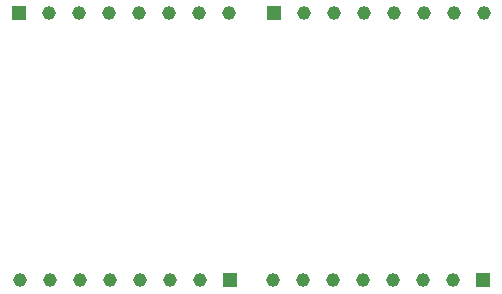
<source format=gbr>
%TF.GenerationSoftware,KiCad,Pcbnew,(6.0.4)*%
%TF.CreationDate,2022-08-04T23:26:19+09:00*%
%TF.ProjectId,ATMega328_breakout,41544d65-6761-4333-9238-5f627265616b,rev?*%
%TF.SameCoordinates,Original*%
%TF.FileFunction,Soldermask,Bot*%
%TF.FilePolarity,Negative*%
%FSLAX46Y46*%
G04 Gerber Fmt 4.6, Leading zero omitted, Abs format (unit mm)*
G04 Created by KiCad (PCBNEW (6.0.4)) date 2022-08-04 23:26:19*
%MOMM*%
%LPD*%
G01*
G04 APERTURE LIST*
%ADD10R,1.150000X1.150000*%
%ADD11C,1.150000*%
G04 APERTURE END LIST*
D10*
%TO.C,J1*%
X116100000Y-89300000D03*
D11*
X113560000Y-89300000D03*
X111020000Y-89300000D03*
X108480000Y-89300000D03*
X105940000Y-89300000D03*
X103400000Y-89300000D03*
X100860000Y-89300000D03*
X98320000Y-89300000D03*
%TD*%
D10*
%TO.C,J3*%
X137490000Y-89300000D03*
D11*
X134950000Y-89300000D03*
X132410000Y-89300000D03*
X129870000Y-89300000D03*
X127330000Y-89300000D03*
X124790000Y-89300000D03*
X122250000Y-89300000D03*
X119710000Y-89300000D03*
%TD*%
D10*
%TO.C,J4*%
X119800000Y-66700000D03*
D11*
X122340000Y-66700000D03*
X124880000Y-66700000D03*
X127420000Y-66700000D03*
X129960000Y-66700000D03*
X132500000Y-66700000D03*
X135040000Y-66700000D03*
X137580000Y-66700000D03*
%TD*%
D10*
%TO.C,J2*%
X98210000Y-66700000D03*
D11*
X100750000Y-66700000D03*
X103290000Y-66700000D03*
X105830000Y-66700000D03*
X108370000Y-66700000D03*
X110910000Y-66700000D03*
X113450000Y-66700000D03*
X115990000Y-66700000D03*
%TD*%
M02*

</source>
